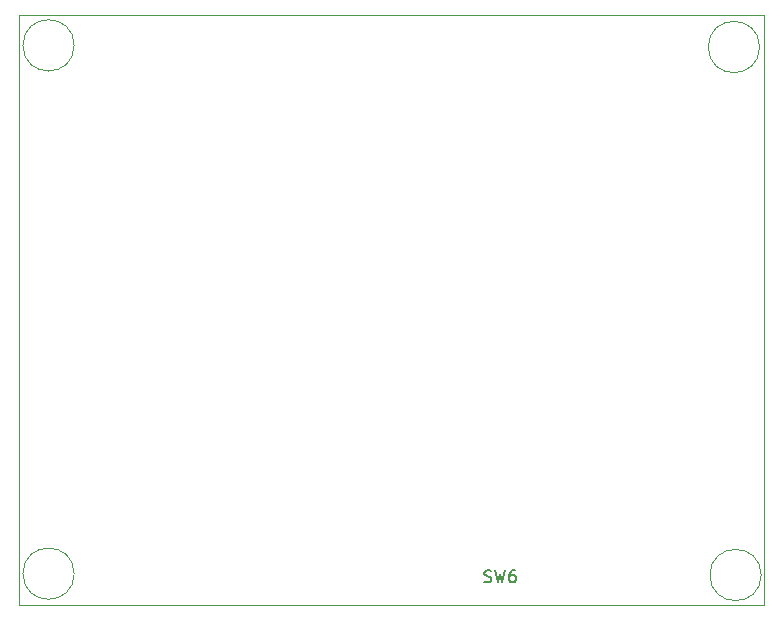
<source format=gbr>
%TF.GenerationSoftware,KiCad,Pcbnew,7.0.1*%
%TF.CreationDate,2023-03-21T16:33:26+01:00*%
%TF.ProjectId,Laserdinges,4c617365-7264-4696-9e67-65732e6b6963,rev?*%
%TF.SameCoordinates,Original*%
%TF.FileFunction,Profile,NP*%
%FSLAX46Y46*%
G04 Gerber Fmt 4.6, Leading zero omitted, Abs format (unit mm)*
G04 Created by KiCad (PCBNEW 7.0.1) date 2023-03-21 16:33:26*
%MOMM*%
%LPD*%
G01*
G04 APERTURE LIST*
%TA.AperFunction,Profile*%
%ADD10C,0.100000*%
%TD*%
%ADD11C,0.150000*%
G04 APERTURE END LIST*
D10*
X82688177Y-102754176D02*
G75*
G03*
X82688177Y-102754176I-2170177J0D01*
G01*
X82688177Y-58027824D02*
G75*
G03*
X82688177Y-58027824I-2170177J0D01*
G01*
X140716001Y-58166000D02*
G75*
G03*
X140716001Y-58166000I-2170177J0D01*
G01*
X140854177Y-102870000D02*
G75*
G03*
X140854177Y-102870000I-2170177J0D01*
G01*
X78038400Y-55493600D02*
X141132000Y-55493600D01*
X141132000Y-105379200D01*
X78038400Y-105379200D01*
X78038400Y-55493600D01*
D11*
%TO.C,SW6*%
X117421267Y-103432000D02*
X117564124Y-103479619D01*
X117564124Y-103479619D02*
X117802219Y-103479619D01*
X117802219Y-103479619D02*
X117897457Y-103432000D01*
X117897457Y-103432000D02*
X117945076Y-103384380D01*
X117945076Y-103384380D02*
X117992695Y-103289142D01*
X117992695Y-103289142D02*
X117992695Y-103193904D01*
X117992695Y-103193904D02*
X117945076Y-103098666D01*
X117945076Y-103098666D02*
X117897457Y-103051047D01*
X117897457Y-103051047D02*
X117802219Y-103003428D01*
X117802219Y-103003428D02*
X117611743Y-102955809D01*
X117611743Y-102955809D02*
X117516505Y-102908190D01*
X117516505Y-102908190D02*
X117468886Y-102860571D01*
X117468886Y-102860571D02*
X117421267Y-102765333D01*
X117421267Y-102765333D02*
X117421267Y-102670095D01*
X117421267Y-102670095D02*
X117468886Y-102574857D01*
X117468886Y-102574857D02*
X117516505Y-102527238D01*
X117516505Y-102527238D02*
X117611743Y-102479619D01*
X117611743Y-102479619D02*
X117849838Y-102479619D01*
X117849838Y-102479619D02*
X117992695Y-102527238D01*
X118326029Y-102479619D02*
X118564124Y-103479619D01*
X118564124Y-103479619D02*
X118754600Y-102765333D01*
X118754600Y-102765333D02*
X118945076Y-103479619D01*
X118945076Y-103479619D02*
X119183172Y-102479619D01*
X119992695Y-102479619D02*
X119802219Y-102479619D01*
X119802219Y-102479619D02*
X119706981Y-102527238D01*
X119706981Y-102527238D02*
X119659362Y-102574857D01*
X119659362Y-102574857D02*
X119564124Y-102717714D01*
X119564124Y-102717714D02*
X119516505Y-102908190D01*
X119516505Y-102908190D02*
X119516505Y-103289142D01*
X119516505Y-103289142D02*
X119564124Y-103384380D01*
X119564124Y-103384380D02*
X119611743Y-103432000D01*
X119611743Y-103432000D02*
X119706981Y-103479619D01*
X119706981Y-103479619D02*
X119897457Y-103479619D01*
X119897457Y-103479619D02*
X119992695Y-103432000D01*
X119992695Y-103432000D02*
X120040314Y-103384380D01*
X120040314Y-103384380D02*
X120087933Y-103289142D01*
X120087933Y-103289142D02*
X120087933Y-103051047D01*
X120087933Y-103051047D02*
X120040314Y-102955809D01*
X120040314Y-102955809D02*
X119992695Y-102908190D01*
X119992695Y-102908190D02*
X119897457Y-102860571D01*
X119897457Y-102860571D02*
X119706981Y-102860571D01*
X119706981Y-102860571D02*
X119611743Y-102908190D01*
X119611743Y-102908190D02*
X119564124Y-102955809D01*
X119564124Y-102955809D02*
X119516505Y-103051047D01*
%TD*%
M02*

</source>
